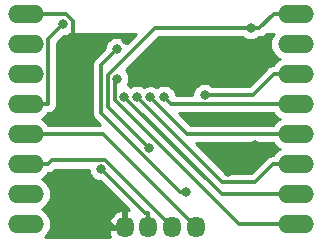
<source format=gbl>
G04 #@! TF.GenerationSoftware,KiCad,Pcbnew,(5.1.0)-1*
G04 #@! TF.CreationDate,2019-05-23T22:12:47+09:00*
G04 #@! TF.ProjectId,ble5,626c6535-2e6b-4696-9361-645f70636258,v1.4*
G04 #@! TF.SameCoordinates,Original*
G04 #@! TF.FileFunction,Copper,L2,Bot*
G04 #@! TF.FilePolarity,Positive*
%FSLAX46Y46*%
G04 Gerber Fmt 4.6, Leading zero omitted, Abs format (unit mm)*
G04 Created by KiCad (PCBNEW (5.1.0)-1) date 2019-05-23 22:12:47*
%MOMM*%
%LPD*%
G04 APERTURE LIST*
%ADD10O,3.048000X1.524000*%
%ADD11O,1.524000X1.800000*%
%ADD12C,0.800000*%
%ADD13C,0.300000*%
%ADD14C,0.254000*%
G04 APERTURE END LIST*
D10*
X114300000Y-44450000D03*
X114300000Y-46990000D03*
X114300000Y-49530000D03*
X114300000Y-52070000D03*
X114300000Y-54610000D03*
X114300000Y-57150000D03*
X114300000Y-59690000D03*
X114300000Y-62230000D03*
X137160000Y-44450000D03*
X137160000Y-46990000D03*
X137160000Y-49530000D03*
X137160000Y-52070000D03*
X137160000Y-54610000D03*
X137160000Y-57150000D03*
X137160000Y-59690000D03*
X137160000Y-62230000D03*
D11*
X128700000Y-62500000D03*
X126700000Y-62500000D03*
X124700000Y-62500000D03*
X122700000Y-62500000D03*
D12*
X118302400Y-49890600D03*
X117950000Y-58670400D03*
X131400000Y-57800000D03*
X133700000Y-55500000D03*
X134300000Y-47900000D03*
X125800000Y-47200000D03*
X134300000Y-53200000D03*
X122800000Y-46600000D03*
X124709400Y-55779000D03*
X133337900Y-45640900D03*
X120694000Y-57575000D03*
X122022400Y-47419200D03*
X127860400Y-59501800D03*
X117468100Y-45297800D03*
X129450000Y-51297400D03*
X126027100Y-51482000D03*
X124851400Y-51499400D03*
X123734600Y-51475300D03*
X122646100Y-51448400D03*
X122046200Y-49916200D03*
D13*
X118302400Y-49890600D02*
X118302400Y-45071000D01*
X118302400Y-45071000D02*
X117681400Y-44450000D01*
X117681400Y-44450000D02*
X114300000Y-44450000D01*
X122700000Y-62500000D02*
X121587700Y-62500000D01*
X121587700Y-62500000D02*
X121587700Y-62308100D01*
X121587700Y-62308100D02*
X117950000Y-58670400D01*
X131400000Y-57800000D02*
X133700000Y-55500000D01*
X133600000Y-47200000D02*
X134300000Y-47900000D01*
X125800000Y-47200000D02*
X133600000Y-47200000D01*
X124709400Y-55779000D02*
X121279400Y-52349000D01*
X121279400Y-52349000D02*
X121279400Y-49607100D01*
X121279400Y-49607100D02*
X125245600Y-45640900D01*
X125245600Y-45640900D02*
X133337900Y-45640900D01*
X135285700Y-44450000D02*
X134094800Y-45640900D01*
X134094800Y-45640900D02*
X133337900Y-45640900D01*
X137160000Y-44450000D02*
X135285700Y-44450000D01*
X124700000Y-62500000D02*
X124700000Y-61249700D01*
X124700000Y-61249700D02*
X124368700Y-61249700D01*
X124368700Y-61249700D02*
X120694000Y-57575000D01*
X116174300Y-54610000D02*
X120810000Y-54610000D01*
X120810000Y-54610000D02*
X128700000Y-62500000D01*
X114300000Y-54610000D02*
X116174300Y-54610000D01*
X122022400Y-47419200D02*
X120713000Y-48728600D01*
X120713000Y-48728600D02*
X120713000Y-52843800D01*
X120713000Y-52843800D02*
X127371000Y-59501800D01*
X127371000Y-59501800D02*
X127860400Y-59501800D01*
X126700000Y-62500000D02*
X121024700Y-56824700D01*
X121024700Y-56824700D02*
X116499600Y-56824700D01*
X116499600Y-56824700D02*
X116174300Y-57150000D01*
X114300000Y-57150000D02*
X116174300Y-57150000D01*
X116174300Y-52070000D02*
X116174300Y-46591600D01*
X116174300Y-46591600D02*
X117468100Y-45297800D01*
X114300000Y-52070000D02*
X116174300Y-52070000D01*
X135285700Y-49530000D02*
X133518300Y-51297400D01*
X133518300Y-51297400D02*
X129450000Y-51297400D01*
X137160000Y-49530000D02*
X135285700Y-49530000D01*
X126027100Y-51482000D02*
X126615100Y-52070000D01*
X126615100Y-52070000D02*
X137160000Y-52070000D01*
X135285700Y-54610000D02*
X127962000Y-54610000D01*
X127962000Y-54610000D02*
X124851400Y-51499400D01*
X137160000Y-54610000D02*
X135285700Y-54610000D01*
X129409300Y-57150000D02*
X123734600Y-51475300D01*
X130959300Y-58700000D02*
X129409300Y-57150000D01*
X133700000Y-58700000D02*
X130959300Y-58700000D01*
X135250000Y-57150000D02*
X133700000Y-58700000D01*
X135285700Y-57150000D02*
X135250000Y-57150000D01*
X135285700Y-57150000D02*
X137160000Y-57150000D01*
X122646100Y-51448400D02*
X130887700Y-59690000D01*
X130887700Y-59690000D02*
X137160000Y-59690000D01*
X122046200Y-49916200D02*
X121856500Y-50105900D01*
X121856500Y-50105900D02*
X121856500Y-51759300D01*
X121856500Y-51759300D02*
X132327200Y-62230000D01*
X132327200Y-62230000D02*
X137160000Y-62230000D01*
D14*
G36*
X119659000Y-57676939D02*
G01*
X119698774Y-57876898D01*
X119776795Y-58065256D01*
X119890063Y-58234774D01*
X120034226Y-58378937D01*
X120203744Y-58492205D01*
X120392102Y-58570226D01*
X120592061Y-58610000D01*
X120618843Y-58610000D01*
X123026192Y-61017349D01*
X122827000Y-61130280D01*
X122827000Y-62373000D01*
X122847000Y-62373000D01*
X122847000Y-62627000D01*
X122827000Y-62627000D01*
X122827000Y-62647000D01*
X122573000Y-62647000D01*
X122573000Y-62627000D01*
X121461251Y-62627000D01*
X121317986Y-62845752D01*
X121385071Y-63111378D01*
X121469978Y-63290000D01*
X115972490Y-63290000D01*
X116054608Y-63222608D01*
X116229183Y-63009887D01*
X116358904Y-62767195D01*
X116438786Y-62503860D01*
X116465759Y-62230000D01*
X116458299Y-62154248D01*
X121317986Y-62154248D01*
X121461251Y-62373000D01*
X122573000Y-62373000D01*
X122573000Y-61130280D01*
X122356930Y-61007780D01*
X122104932Y-61097476D01*
X121869670Y-61237865D01*
X121666317Y-61421454D01*
X121502688Y-61641188D01*
X121385071Y-61888622D01*
X121317986Y-62154248D01*
X116458299Y-62154248D01*
X116438786Y-61956140D01*
X116358904Y-61692805D01*
X116229183Y-61450113D01*
X116054608Y-61237392D01*
X115841887Y-61062817D01*
X115649529Y-60960000D01*
X115841887Y-60857183D01*
X116054608Y-60682608D01*
X116229183Y-60469887D01*
X116358904Y-60227195D01*
X116438786Y-59963860D01*
X116465759Y-59690000D01*
X116438786Y-59416140D01*
X116358904Y-59152805D01*
X116229183Y-58910113D01*
X116054608Y-58697392D01*
X115841887Y-58522817D01*
X115649529Y-58420000D01*
X115841887Y-58317183D01*
X116054608Y-58142608D01*
X116226053Y-57933701D01*
X116328187Y-57923641D01*
X116476160Y-57878754D01*
X116612533Y-57805862D01*
X116732064Y-57707764D01*
X116756648Y-57677809D01*
X116824757Y-57609700D01*
X119659000Y-57609700D01*
X119659000Y-57676939D01*
X119659000Y-57676939D01*
G37*
X119659000Y-57676939D02*
X119698774Y-57876898D01*
X119776795Y-58065256D01*
X119890063Y-58234774D01*
X120034226Y-58378937D01*
X120203744Y-58492205D01*
X120392102Y-58570226D01*
X120592061Y-58610000D01*
X120618843Y-58610000D01*
X123026192Y-61017349D01*
X122827000Y-61130280D01*
X122827000Y-62373000D01*
X122847000Y-62373000D01*
X122847000Y-62627000D01*
X122827000Y-62627000D01*
X122827000Y-62647000D01*
X122573000Y-62647000D01*
X122573000Y-62627000D01*
X121461251Y-62627000D01*
X121317986Y-62845752D01*
X121385071Y-63111378D01*
X121469978Y-63290000D01*
X115972490Y-63290000D01*
X116054608Y-63222608D01*
X116229183Y-63009887D01*
X116358904Y-62767195D01*
X116438786Y-62503860D01*
X116465759Y-62230000D01*
X116458299Y-62154248D01*
X121317986Y-62154248D01*
X121461251Y-62373000D01*
X122573000Y-62373000D01*
X122573000Y-61130280D01*
X122356930Y-61007780D01*
X122104932Y-61097476D01*
X121869670Y-61237865D01*
X121666317Y-61421454D01*
X121502688Y-61641188D01*
X121385071Y-61888622D01*
X121317986Y-62154248D01*
X116458299Y-62154248D01*
X116438786Y-61956140D01*
X116358904Y-61692805D01*
X116229183Y-61450113D01*
X116054608Y-61237392D01*
X115841887Y-61062817D01*
X115649529Y-60960000D01*
X115841887Y-60857183D01*
X116054608Y-60682608D01*
X116229183Y-60469887D01*
X116358904Y-60227195D01*
X116438786Y-59963860D01*
X116465759Y-59690000D01*
X116438786Y-59416140D01*
X116358904Y-59152805D01*
X116229183Y-58910113D01*
X116054608Y-58697392D01*
X115841887Y-58522817D01*
X115649529Y-58420000D01*
X115841887Y-58317183D01*
X116054608Y-58142608D01*
X116226053Y-57933701D01*
X116328187Y-57923641D01*
X116476160Y-57878754D01*
X116612533Y-57805862D01*
X116732064Y-57707764D01*
X116756648Y-57677809D01*
X116824757Y-57609700D01*
X119659000Y-57609700D01*
X119659000Y-57676939D01*
G36*
X135405392Y-55602608D02*
G01*
X135618113Y-55777183D01*
X135810471Y-55880000D01*
X135618113Y-55982817D01*
X135405392Y-56157392D01*
X135237085Y-56362475D01*
X135211446Y-56365000D01*
X135211439Y-56365000D01*
X135096113Y-56376359D01*
X134948140Y-56421246D01*
X134811767Y-56494138D01*
X134776793Y-56522841D01*
X134722187Y-56567655D01*
X134722184Y-56567658D01*
X134692236Y-56592236D01*
X134667658Y-56622184D01*
X133374843Y-57915000D01*
X131284458Y-57915000D01*
X129937112Y-56567655D01*
X128764457Y-55395000D01*
X135235013Y-55395000D01*
X135405392Y-55602608D01*
X135405392Y-55602608D01*
G37*
X135405392Y-55602608D02*
X135618113Y-55777183D01*
X135810471Y-55880000D01*
X135618113Y-55982817D01*
X135405392Y-56157392D01*
X135237085Y-56362475D01*
X135211446Y-56365000D01*
X135211439Y-56365000D01*
X135096113Y-56376359D01*
X134948140Y-56421246D01*
X134811767Y-56494138D01*
X134776793Y-56522841D01*
X134722187Y-56567655D01*
X134722184Y-56567658D01*
X134692236Y-56592236D01*
X134667658Y-56622184D01*
X133374843Y-57915000D01*
X131284458Y-57915000D01*
X129937112Y-56567655D01*
X128764457Y-55395000D01*
X135235013Y-55395000D01*
X135405392Y-55602608D01*
G36*
X122902673Y-46873670D02*
G01*
X122826337Y-46759426D01*
X122682174Y-46615263D01*
X122512656Y-46501995D01*
X122324298Y-46423974D01*
X122124339Y-46384200D01*
X121920461Y-46384200D01*
X121720502Y-46423974D01*
X121532144Y-46501995D01*
X121362626Y-46615263D01*
X121218463Y-46759426D01*
X121105195Y-46928944D01*
X121027174Y-47117302D01*
X120987400Y-47317261D01*
X120987400Y-47344042D01*
X120185190Y-48146253D01*
X120155236Y-48170836D01*
X120057138Y-48290368D01*
X119984246Y-48426741D01*
X119939359Y-48574714D01*
X119928000Y-48690040D01*
X119928000Y-48690047D01*
X119924203Y-48728600D01*
X119928000Y-48767153D01*
X119928001Y-52805237D01*
X119924203Y-52843800D01*
X119939359Y-52997686D01*
X119984246Y-53145659D01*
X119984247Y-53145660D01*
X120057139Y-53282033D01*
X120082632Y-53313096D01*
X120130655Y-53371612D01*
X120130659Y-53371616D01*
X120155237Y-53401564D01*
X120185185Y-53426142D01*
X120584043Y-53825000D01*
X116224987Y-53825000D01*
X116054608Y-53617392D01*
X115841887Y-53442817D01*
X115649529Y-53340000D01*
X115841887Y-53237183D01*
X116054608Y-53062608D01*
X116226053Y-52853701D01*
X116328187Y-52843641D01*
X116476160Y-52798754D01*
X116612533Y-52725862D01*
X116732064Y-52627764D01*
X116830162Y-52508233D01*
X116903054Y-52371860D01*
X116947941Y-52223887D01*
X116963098Y-52070000D01*
X116959300Y-52031439D01*
X116959300Y-46916757D01*
X117543257Y-46332800D01*
X117570039Y-46332800D01*
X117769998Y-46293026D01*
X117958356Y-46215005D01*
X118090065Y-46127000D01*
X123649343Y-46127000D01*
X122902673Y-46873670D01*
X122902673Y-46873670D01*
G37*
X122902673Y-46873670D02*
X122826337Y-46759426D01*
X122682174Y-46615263D01*
X122512656Y-46501995D01*
X122324298Y-46423974D01*
X122124339Y-46384200D01*
X121920461Y-46384200D01*
X121720502Y-46423974D01*
X121532144Y-46501995D01*
X121362626Y-46615263D01*
X121218463Y-46759426D01*
X121105195Y-46928944D01*
X121027174Y-47117302D01*
X120987400Y-47317261D01*
X120987400Y-47344042D01*
X120185190Y-48146253D01*
X120155236Y-48170836D01*
X120057138Y-48290368D01*
X119984246Y-48426741D01*
X119939359Y-48574714D01*
X119928000Y-48690040D01*
X119928000Y-48690047D01*
X119924203Y-48728600D01*
X119928000Y-48767153D01*
X119928001Y-52805237D01*
X119924203Y-52843800D01*
X119939359Y-52997686D01*
X119984246Y-53145659D01*
X119984247Y-53145660D01*
X120057139Y-53282033D01*
X120082632Y-53313096D01*
X120130655Y-53371612D01*
X120130659Y-53371616D01*
X120155237Y-53401564D01*
X120185185Y-53426142D01*
X120584043Y-53825000D01*
X116224987Y-53825000D01*
X116054608Y-53617392D01*
X115841887Y-53442817D01*
X115649529Y-53340000D01*
X115841887Y-53237183D01*
X116054608Y-53062608D01*
X116226053Y-52853701D01*
X116328187Y-52843641D01*
X116476160Y-52798754D01*
X116612533Y-52725862D01*
X116732064Y-52627764D01*
X116830162Y-52508233D01*
X116903054Y-52371860D01*
X116947941Y-52223887D01*
X116963098Y-52070000D01*
X116959300Y-52031439D01*
X116959300Y-46916757D01*
X117543257Y-46332800D01*
X117570039Y-46332800D01*
X117769998Y-46293026D01*
X117958356Y-46215005D01*
X118090065Y-46127000D01*
X123649343Y-46127000D01*
X122902673Y-46873670D01*
G36*
X135405392Y-53062608D02*
G01*
X135618113Y-53237183D01*
X135810471Y-53340000D01*
X135618113Y-53442817D01*
X135405392Y-53617392D01*
X135235013Y-53825000D01*
X128287157Y-53825000D01*
X127317157Y-52855000D01*
X135235013Y-52855000D01*
X135405392Y-53062608D01*
X135405392Y-53062608D01*
G37*
X135405392Y-53062608D02*
X135618113Y-53237183D01*
X135810471Y-53340000D01*
X135618113Y-53442817D01*
X135405392Y-53617392D01*
X135235013Y-53825000D01*
X128287157Y-53825000D01*
X127317157Y-52855000D01*
X135235013Y-52855000D01*
X135405392Y-53062608D01*
G36*
X135230817Y-46210113D02*
G01*
X135101096Y-46452805D01*
X135021214Y-46716140D01*
X134994241Y-46990000D01*
X135021214Y-47263860D01*
X135101096Y-47527195D01*
X135230817Y-47769887D01*
X135405392Y-47982608D01*
X135618113Y-48157183D01*
X135810471Y-48260000D01*
X135618113Y-48362817D01*
X135405392Y-48537392D01*
X135233947Y-48746299D01*
X135131813Y-48756359D01*
X134983840Y-48801246D01*
X134847467Y-48874138D01*
X134790398Y-48920974D01*
X134757887Y-48947655D01*
X134757884Y-48947658D01*
X134727936Y-48972236D01*
X134703358Y-49002184D01*
X133193143Y-50512400D01*
X130128711Y-50512400D01*
X130109774Y-50493463D01*
X129940256Y-50380195D01*
X129751898Y-50302174D01*
X129551939Y-50262400D01*
X129348061Y-50262400D01*
X129148102Y-50302174D01*
X128959744Y-50380195D01*
X128790226Y-50493463D01*
X128646063Y-50637626D01*
X128532795Y-50807144D01*
X128454774Y-50995502D01*
X128415000Y-51195461D01*
X128415000Y-51285000D01*
X127043191Y-51285000D01*
X127022326Y-51180102D01*
X126944305Y-50991744D01*
X126831037Y-50822226D01*
X126686874Y-50678063D01*
X126517356Y-50564795D01*
X126328998Y-50486774D01*
X126129039Y-50447000D01*
X125925161Y-50447000D01*
X125725202Y-50486774D01*
X125536844Y-50564795D01*
X125426229Y-50638705D01*
X125341656Y-50582195D01*
X125153298Y-50504174D01*
X124953339Y-50464400D01*
X124749461Y-50464400D01*
X124549502Y-50504174D01*
X124361144Y-50582195D01*
X124311034Y-50615677D01*
X124224856Y-50558095D01*
X124036498Y-50480074D01*
X123836539Y-50440300D01*
X123632661Y-50440300D01*
X123432702Y-50480074D01*
X123244344Y-50558095D01*
X123210479Y-50580723D01*
X123136356Y-50531195D01*
X122947998Y-50453174D01*
X122934044Y-50450398D01*
X122963405Y-50406456D01*
X123041426Y-50218098D01*
X123081200Y-50018139D01*
X123081200Y-49814261D01*
X123041426Y-49614302D01*
X122963405Y-49425944D01*
X122850137Y-49256426D01*
X122795184Y-49201473D01*
X125570757Y-46425900D01*
X132659189Y-46425900D01*
X132678126Y-46444837D01*
X132847644Y-46558105D01*
X133036002Y-46636126D01*
X133235961Y-46675900D01*
X133439839Y-46675900D01*
X133639798Y-46636126D01*
X133828156Y-46558105D01*
X133997674Y-46444837D01*
X134016611Y-46425900D01*
X134056247Y-46425900D01*
X134094800Y-46429697D01*
X134133353Y-46425900D01*
X134133361Y-46425900D01*
X134248687Y-46414541D01*
X134396660Y-46369654D01*
X134533033Y-46296762D01*
X134652564Y-46198664D01*
X134677147Y-46168710D01*
X134718857Y-46127000D01*
X135299026Y-46127000D01*
X135230817Y-46210113D01*
X135230817Y-46210113D01*
G37*
X135230817Y-46210113D02*
X135101096Y-46452805D01*
X135021214Y-46716140D01*
X134994241Y-46990000D01*
X135021214Y-47263860D01*
X135101096Y-47527195D01*
X135230817Y-47769887D01*
X135405392Y-47982608D01*
X135618113Y-48157183D01*
X135810471Y-48260000D01*
X135618113Y-48362817D01*
X135405392Y-48537392D01*
X135233947Y-48746299D01*
X135131813Y-48756359D01*
X134983840Y-48801246D01*
X134847467Y-48874138D01*
X134790398Y-48920974D01*
X134757887Y-48947655D01*
X134757884Y-48947658D01*
X134727936Y-48972236D01*
X134703358Y-49002184D01*
X133193143Y-50512400D01*
X130128711Y-50512400D01*
X130109774Y-50493463D01*
X129940256Y-50380195D01*
X129751898Y-50302174D01*
X129551939Y-50262400D01*
X129348061Y-50262400D01*
X129148102Y-50302174D01*
X128959744Y-50380195D01*
X128790226Y-50493463D01*
X128646063Y-50637626D01*
X128532795Y-50807144D01*
X128454774Y-50995502D01*
X128415000Y-51195461D01*
X128415000Y-51285000D01*
X127043191Y-51285000D01*
X127022326Y-51180102D01*
X126944305Y-50991744D01*
X126831037Y-50822226D01*
X126686874Y-50678063D01*
X126517356Y-50564795D01*
X126328998Y-50486774D01*
X126129039Y-50447000D01*
X125925161Y-50447000D01*
X125725202Y-50486774D01*
X125536844Y-50564795D01*
X125426229Y-50638705D01*
X125341656Y-50582195D01*
X125153298Y-50504174D01*
X124953339Y-50464400D01*
X124749461Y-50464400D01*
X124549502Y-50504174D01*
X124361144Y-50582195D01*
X124311034Y-50615677D01*
X124224856Y-50558095D01*
X124036498Y-50480074D01*
X123836539Y-50440300D01*
X123632661Y-50440300D01*
X123432702Y-50480074D01*
X123244344Y-50558095D01*
X123210479Y-50580723D01*
X123136356Y-50531195D01*
X122947998Y-50453174D01*
X122934044Y-50450398D01*
X122963405Y-50406456D01*
X123041426Y-50218098D01*
X123081200Y-50018139D01*
X123081200Y-49814261D01*
X123041426Y-49614302D01*
X122963405Y-49425944D01*
X122850137Y-49256426D01*
X122795184Y-49201473D01*
X125570757Y-46425900D01*
X132659189Y-46425900D01*
X132678126Y-46444837D01*
X132847644Y-46558105D01*
X133036002Y-46636126D01*
X133235961Y-46675900D01*
X133439839Y-46675900D01*
X133639798Y-46636126D01*
X133828156Y-46558105D01*
X133997674Y-46444837D01*
X134016611Y-46425900D01*
X134056247Y-46425900D01*
X134094800Y-46429697D01*
X134133353Y-46425900D01*
X134133361Y-46425900D01*
X134248687Y-46414541D01*
X134396660Y-46369654D01*
X134533033Y-46296762D01*
X134652564Y-46198664D01*
X134677147Y-46168710D01*
X134718857Y-46127000D01*
X135299026Y-46127000D01*
X135230817Y-46210113D01*
M02*

</source>
